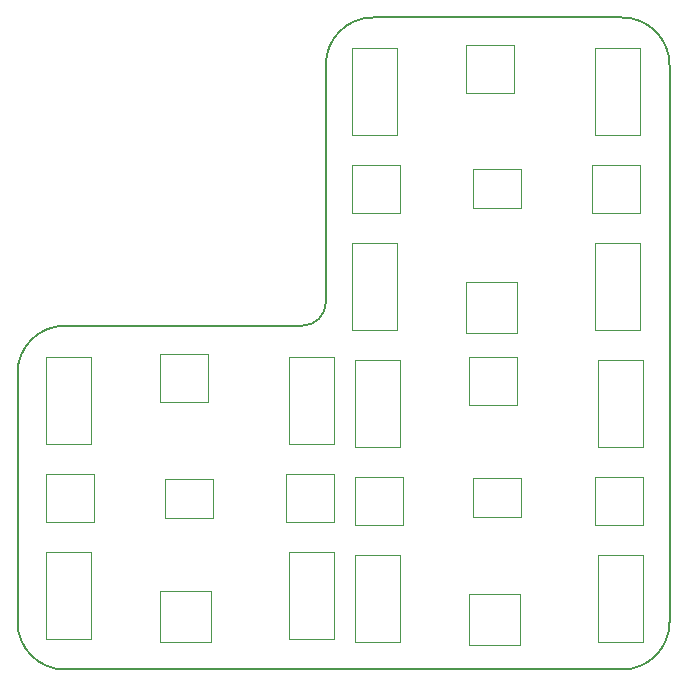
<source format=gbr>
%TF.GenerationSoftware,KiCad,Pcbnew,(5.1.10)-1*%
%TF.CreationDate,2023-09-11T17:59:32-05:00*%
%TF.ProjectId,perovskite_contact_board,7065726f-7673-46b6-9974-655f636f6e74,V3*%
%TF.SameCoordinates,Original*%
%TF.FileFunction,Profile,NP*%
%FSLAX46Y46*%
G04 Gerber Fmt 4.6, Leading zero omitted, Abs format (unit mm)*
G04 Created by KiCad (PCBNEW (5.1.10)-1) date 2023-09-11 17:59:32*
%MOMM*%
%LPD*%
G01*
G04 APERTURE LIST*
%TA.AperFunction,Profile*%
%ADD10C,0.100000*%
%TD*%
%TA.AperFunction,Profile*%
%ADD11C,0.050000*%
%TD*%
%TA.AperFunction,Profile*%
%ADD12C,0.200000*%
%TD*%
G04 APERTURE END LIST*
D10*
X150622000Y-72390000D02*
X154432000Y-72390000D01*
X154432000Y-79756000D02*
X150622000Y-79756000D01*
X154432000Y-72390000D02*
X154432000Y-79756000D01*
X175006000Y-79756000D02*
X171196000Y-79756000D01*
X171196000Y-79756000D02*
X171196000Y-72390000D01*
X170942000Y-86360000D02*
X175006000Y-86360000D01*
X170942000Y-82296000D02*
X170942000Y-86360000D01*
X175006000Y-96266000D02*
X171196000Y-96266000D01*
X160274000Y-96520000D02*
X160274000Y-92202000D01*
X171196000Y-88900000D02*
X175006000Y-88900000D01*
X150622000Y-96266000D02*
X150622000Y-88900000D01*
X175006000Y-88900000D02*
X175006000Y-96266000D01*
X164592000Y-92202000D02*
X164592000Y-96520000D01*
X160274000Y-92202000D02*
X164592000Y-92202000D01*
X164592000Y-96520000D02*
X160274000Y-96520000D01*
X171196000Y-96266000D02*
X171196000Y-88900000D01*
X150622000Y-82296000D02*
X154686000Y-82296000D01*
X150622000Y-86360000D02*
X150622000Y-82550000D01*
X154686000Y-82296000D02*
X154686000Y-86360000D01*
X150622000Y-79756000D02*
X150622000Y-72390000D01*
X154686000Y-86360000D02*
X150622000Y-86360000D01*
X154432000Y-96266000D02*
X150622000Y-96266000D01*
X154432000Y-88900000D02*
X154432000Y-96266000D01*
X150622000Y-88900000D02*
X154432000Y-88900000D01*
X150622000Y-82550000D02*
X150622000Y-82296000D01*
X164338000Y-75946000D02*
X164338000Y-76200000D01*
X164338000Y-76200000D02*
X160274000Y-76200000D01*
X175006000Y-72390000D02*
X175006000Y-79756000D01*
X175006000Y-82296000D02*
X170942000Y-82296000D01*
X160274000Y-72136000D02*
X164338000Y-72136000D01*
X164338000Y-72136000D02*
X164338000Y-75946000D01*
X175006000Y-86360000D02*
X175006000Y-82296000D01*
X171196000Y-72390000D02*
X175006000Y-72390000D01*
X160274000Y-76200000D02*
X160274000Y-72136000D01*
X150876000Y-98806000D02*
X154686000Y-98806000D01*
X154686000Y-106172000D02*
X150876000Y-106172000D01*
X154686000Y-98806000D02*
X154686000Y-106172000D01*
X175260000Y-106172000D02*
X171450000Y-106172000D01*
X171450000Y-106172000D02*
X171450000Y-98806000D01*
X171196000Y-112776000D02*
X175260000Y-112776000D01*
X171196000Y-108712000D02*
X171196000Y-112776000D01*
X175260000Y-122682000D02*
X171450000Y-122682000D01*
X160528000Y-122936000D02*
X160528000Y-118618000D01*
X171450000Y-115316000D02*
X175260000Y-115316000D01*
X150876000Y-122682000D02*
X150876000Y-115316000D01*
X175260000Y-115316000D02*
X175260000Y-122682000D01*
X164846000Y-118618000D02*
X164846000Y-122936000D01*
X160528000Y-118618000D02*
X164846000Y-118618000D01*
X164846000Y-122936000D02*
X160528000Y-122936000D01*
X171450000Y-122682000D02*
X171450000Y-115316000D01*
X150876000Y-108712000D02*
X154940000Y-108712000D01*
X150876000Y-112776000D02*
X150876000Y-108966000D01*
X154940000Y-108712000D02*
X154940000Y-112776000D01*
X150876000Y-106172000D02*
X150876000Y-98806000D01*
X154940000Y-112776000D02*
X150876000Y-112776000D01*
X154686000Y-122682000D02*
X150876000Y-122682000D01*
X154686000Y-115316000D02*
X154686000Y-122682000D01*
X150876000Y-115316000D02*
X154686000Y-115316000D01*
X150876000Y-108966000D02*
X150876000Y-108712000D01*
X164592000Y-102362000D02*
X164592000Y-102616000D01*
X164592000Y-102616000D02*
X160528000Y-102616000D01*
X175260000Y-98806000D02*
X175260000Y-106172000D01*
X175260000Y-108712000D02*
X171196000Y-108712000D01*
X160528000Y-98552000D02*
X164592000Y-98552000D01*
X164592000Y-98552000D02*
X164592000Y-102362000D01*
X175260000Y-112776000D02*
X175260000Y-108712000D01*
X171450000Y-98806000D02*
X175260000Y-98806000D01*
X160528000Y-102616000D02*
X160528000Y-98552000D01*
X145288000Y-105918000D02*
X145288000Y-98552000D01*
X149098000Y-105918000D02*
X145288000Y-105918000D01*
X149098000Y-98552000D02*
X149098000Y-105918000D01*
X145288000Y-98552000D02*
X149098000Y-98552000D01*
X134366000Y-102362000D02*
X134366000Y-98298000D01*
X138430000Y-102362000D02*
X134366000Y-102362000D01*
X138430000Y-102108000D02*
X138430000Y-102362000D01*
X138430000Y-98298000D02*
X138430000Y-102108000D01*
X134366000Y-98298000D02*
X138430000Y-98298000D01*
X149098000Y-108458000D02*
X145034000Y-108458000D01*
X149098000Y-112522000D02*
X149098000Y-108458000D01*
X145034000Y-112522000D02*
X149098000Y-112522000D01*
X145034000Y-108458000D02*
X145034000Y-112522000D01*
X145288000Y-122428000D02*
X145288000Y-115062000D01*
X149098000Y-122428000D02*
X145288000Y-122428000D01*
X149098000Y-115062000D02*
X149098000Y-122428000D01*
X145288000Y-115062000D02*
X149098000Y-115062000D01*
X134366000Y-122682000D02*
X134366000Y-118364000D01*
X138684000Y-122682000D02*
X134366000Y-122682000D01*
X138684000Y-118364000D02*
X138684000Y-122682000D01*
X134366000Y-118364000D02*
X138684000Y-118364000D01*
X124714000Y-122428000D02*
X124714000Y-115062000D01*
X128524000Y-122428000D02*
X124714000Y-122428000D01*
X128524000Y-115062000D02*
X128524000Y-122428000D01*
X124714000Y-115062000D02*
X128524000Y-115062000D01*
X124714000Y-108712000D02*
X124714000Y-108458000D01*
X124714000Y-112522000D02*
X124714000Y-108712000D01*
X128778000Y-112522000D02*
X124714000Y-112522000D01*
X128778000Y-108458000D02*
X128778000Y-112522000D01*
X124714000Y-108458000D02*
X128778000Y-108458000D01*
X124714000Y-105918000D02*
X124714000Y-98552000D01*
X128524000Y-105918000D02*
X124714000Y-105918000D01*
X128524000Y-98552000D02*
X128524000Y-105918000D01*
X124714000Y-98552000D02*
X128524000Y-98552000D01*
D11*
X164973000Y-82677000D02*
X160909000Y-82677000D01*
X164973000Y-85979000D02*
X164973000Y-82677000D01*
X160909000Y-85979000D02*
X164973000Y-85979000D01*
X160909000Y-82677000D02*
X160909000Y-85979000D01*
X164973000Y-108839000D02*
X160909000Y-108839000D01*
X164973000Y-112141000D02*
X164973000Y-108839000D01*
X160909000Y-112141000D02*
X164973000Y-112141000D01*
X160909000Y-108839000D02*
X160909000Y-112141000D01*
X138874500Y-112204500D02*
X138874500Y-108902500D01*
X134810500Y-112204500D02*
X138874500Y-112204500D01*
X134810500Y-108902500D02*
X134810500Y-112204500D01*
X138874500Y-108902500D02*
X134810500Y-108902500D01*
D12*
X173519500Y-125038499D02*
X126319501Y-125038499D01*
X148419500Y-73838500D02*
G75*
G02*
X152419500Y-69838500I4000000J0D01*
G01*
X152419500Y-69838500D02*
X173519500Y-69838500D01*
X177519500Y-121038499D02*
G75*
G02*
X173519500Y-125038499I-4000000J0D01*
G01*
X148419500Y-93938499D02*
G75*
G02*
X146419500Y-95938499I-2000000J0D01*
G01*
X177519500Y-73838500D02*
X177519500Y-121038499D01*
X126319501Y-95938499D02*
X146419500Y-95938499D01*
X122319501Y-99938499D02*
G75*
G02*
X126319501Y-95938499I4000000J0D01*
G01*
X126319501Y-125038499D02*
G75*
G02*
X122319501Y-121038499I0J4000000D01*
G01*
X173519500Y-69838500D02*
G75*
G02*
X177519500Y-73838500I0J-4000000D01*
G01*
X122319501Y-121038499D02*
X122319501Y-99938499D01*
X148419500Y-93938499D02*
X148419500Y-73838500D01*
M02*

</source>
